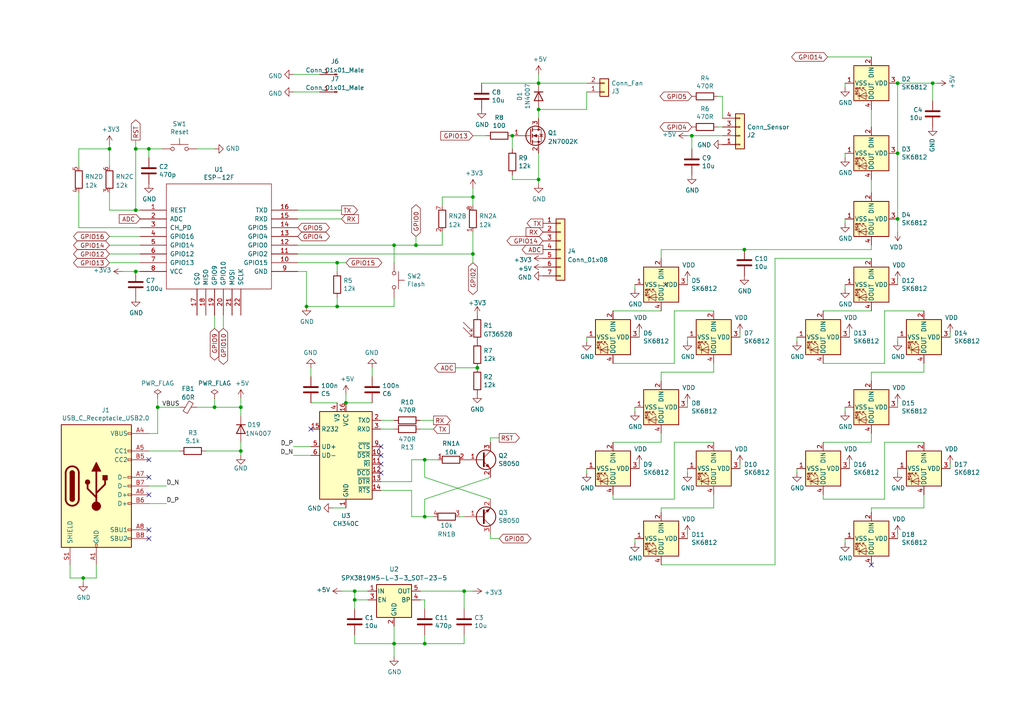
<source format=kicad_sch>
(kicad_sch (version 20211123) (generator eeschema)
  (paper "A4")
  (title_block (title "ESPriktning"))
  (junction (at 137.16 73.66))
  (junction (at 39.37 78.74))
  (junction (at 114.3 186.69))
  (junction (at 69.85 130.81))
  (junction (at 62.23 118.11))
  (junction (at 138.43 106.68))
  (junction (at 43.18 43.18))
  (junction (at 260.35 63.5))
  (junction (at 156.21 52.07))
  (junction (at 69.85 118.11))
  (junction (at 137.16 57.15))
  (junction (at 270.51 24.13))
  (junction (at 45.72 118.11))
  (junction (at 260.35 24.13))
  (junction (at 39.37 60.96))
  (junction (at 102.87 171.45))
  (junction (at 156.21 24.13))
  (junction (at 97.79 76.2))
  (junction (at 123.19 186.69))
  (junction (at 148.59 39.37))
  (junction (at 260.35 44.45))
  (junction (at 100.33 116.84))
  (junction (at 39.37 43.18))
  (junction (at 24.13 167.64))
  (junction (at 120.65 71.12))
  (junction (at 123.19 149.86))
  (junction (at 31.75 43.18))
  (junction (at 114.3 71.12))
  (junction (at 200.66 39.37))
  (junction (at 97.79 88.9))
  (junction (at 156.21 31.75))
  (junction (at 88.9 88.9))
  (junction (at 134.62 171.45))
  (junction (at 123.19 133.35))
  (junction (at 215.9 72.39))
  (junction (at 102.87 173.99))
  (no_connect (at 110.49 132.08))
  (no_connect (at 43.18 133.35))
  (no_connect (at 43.18 156.21))
  (no_connect (at 252.73 163.83))
  (no_connect (at 110.49 129.54))
  (no_connect (at 110.49 134.62))
  (no_connect (at 90.17 124.46))
  (no_connect (at 43.18 138.43))
  (no_connect (at 43.18 143.51))
  (no_connect (at 193.04 82.55))
  (no_connect (at 110.49 137.16))
  (no_connect (at 43.18 153.67))
  (wire (pts (xy 86.36 71.12) (xy 114.3 71.12)))
  (wire (pts (xy 114.3 76.2) (xy 114.3 71.12)))
  (wire (pts (xy 195.58 90.17) (xy 207.01 90.17)))
  (wire (pts (xy 148.59 50.8) (xy 148.59 52.07)))
  (wire (pts (xy 214.63 97.79) (xy 214.63 96.52)))
  (wire (pts (xy 114.3 88.9) (xy 97.79 88.9)))
  (wire (pts (xy 119.38 133.35) (xy 123.19 133.35)))
  (wire (pts (xy 214.63 135.89) (xy 214.63 134.62)))
  (wire (pts (xy 97.79 76.2) (xy 100.33 76.2)))
  (wire (pts (xy 156.21 44.45) (xy 156.21 52.07)))
  (wire (pts (xy 252.73 147.32) (xy 252.73 148.59)))
  (wire (pts (xy 191.77 107.95) (xy 191.77 110.49)))
  (wire (pts (xy 123.19 149.86) (xy 125.73 149.86)))
  (wire (pts (xy 209.55 27.94) (xy 209.55 34.29)))
  (wire (pts (xy 191.77 125.73) (xy 191.77 128.27)))
  (wire (pts (xy 43.18 140.97) (xy 48.26 140.97)))
  (wire (pts (xy 170.18 31.75) (xy 156.21 31.75)))
  (wire (pts (xy 137.16 73.66) (xy 137.16 76.2)))
  (wire (pts (xy 40.64 68.58) (xy 31.75 68.58)))
  (wire (pts (xy 85.09 129.54) (xy 90.17 129.54)))
  (wire (pts (xy 123.19 184.15) (xy 123.19 186.69)))
  (wire (pts (xy 119.38 149.86) (xy 123.19 149.86)))
  (wire (pts (xy 132.08 106.68) (xy 138.43 106.68)))
  (wire (pts (xy 170.18 26.67) (xy 170.18 31.75)))
  (wire (pts (xy 107.95 116.84) (xy 100.33 116.84)))
  (wire (pts (xy 252.73 72.39) (xy 215.9 72.39)))
  (wire (pts (xy 97.79 116.84) (xy 90.17 116.84)))
  (wire (pts (xy 224.79 163.83) (xy 224.79 74.93)))
  (wire (pts (xy 40.64 76.2) (xy 31.75 76.2)))
  (wire (pts (xy 144.78 156.21) (xy 142.24 156.21)))
  (wire (pts (xy 200.66 43.18) (xy 200.66 39.37)))
  (wire (pts (xy 69.85 130.81) (xy 69.85 132.08)))
  (wire (pts (xy 20.32 163.83) (xy 20.32 167.64)))
  (wire (pts (xy 170.18 97.79) (xy 170.18 99.06)))
  (wire (pts (xy 123.19 186.69) (xy 114.3 186.69)))
  (wire (pts (xy 207.01 143.51) (xy 207.01 147.32)))
  (wire (pts (xy 100.33 147.32) (xy 96.52 147.32)))
  (wire (pts (xy 114.3 181.61) (xy 114.3 186.69)))
  (wire (pts (xy 208.28 36.83) (xy 209.55 36.83)))
  (wire (pts (xy 86.36 78.74) (xy 88.9 78.74)))
  (wire (pts (xy 24.13 167.64) (xy 27.94 167.64)))
  (wire (pts (xy 137.16 57.15) (xy 137.16 59.69)))
  (wire (pts (xy 69.85 128.27) (xy 69.85 130.81)))
  (wire (pts (xy 231.14 97.79) (xy 231.14 99.06)))
  (wire (pts (xy 200.66 39.37) (xy 199.39 39.37)))
  (wire (pts (xy 128.27 57.15) (xy 137.16 57.15)))
  (wire (pts (xy 134.62 186.69) (xy 123.19 186.69)))
  (wire (pts (xy 43.18 45.72) (xy 43.18 43.18)))
  (wire (pts (xy 43.18 43.18) (xy 46.99 43.18)))
  (wire (pts (xy 31.75 43.18) (xy 22.86 43.18)))
  (wire (pts (xy 238.76 144.78) (xy 256.54 144.78)))
  (wire (pts (xy 40.64 73.66) (xy 31.75 73.66)))
  (wire (pts (xy 125.73 121.92) (xy 121.92 121.92)))
  (wire (pts (xy 31.75 60.96) (xy 39.37 60.96)))
  (wire (pts (xy 85.09 26.67) (xy 92.71 26.67)))
  (wire (pts (xy 114.3 124.46) (xy 110.49 124.46)))
  (wire (pts (xy 86.36 60.96) (xy 99.06 60.96)))
  (wire (pts (xy 39.37 43.18) (xy 43.18 43.18)))
  (wire (pts (xy 20.32 167.64) (xy 24.13 167.64)))
  (wire (pts (xy 39.37 43.18) (xy 39.37 40.64)))
  (wire (pts (xy 185.42 97.79) (xy 185.42 96.52)))
  (wire (pts (xy 114.3 186.69) (xy 102.87 186.69)))
  (wire (pts (xy 156.21 24.13) (xy 170.18 24.13)))
  (wire (pts (xy 267.97 105.41) (xy 267.97 107.95)))
  (wire (pts (xy 59.69 130.81) (xy 69.85 130.81)))
  (wire (pts (xy 238.76 105.41) (xy 256.54 105.41)))
  (wire (pts (xy 99.06 171.45) (xy 102.87 171.45)))
  (wire (pts (xy 97.79 86.36) (xy 97.79 88.9)))
  (wire (pts (xy 195.58 144.78) (xy 195.58 128.27)))
  (wire (pts (xy 170.18 137.16) (xy 170.18 135.89)))
  (wire (pts (xy 245.11 83.82) (xy 245.11 82.55)))
  (wire (pts (xy 260.35 82.55) (xy 260.35 81.28)))
  (wire (pts (xy 102.87 171.45) (xy 102.87 173.99)))
  (wire (pts (xy 134.62 184.15) (xy 134.62 186.69)))
  (wire (pts (xy 199.39 97.79) (xy 199.39 99.06)))
  (wire (pts (xy 245.11 45.72) (xy 245.11 44.45)))
  (wire (pts (xy 88.9 78.74) (xy 88.9 88.9)))
  (wire (pts (xy 114.3 71.12) (xy 120.65 71.12)))
  (wire (pts (xy 195.58 144.78) (xy 177.8 144.78)))
  (wire (pts (xy 133.35 149.86) (xy 134.62 149.86)))
  (wire (pts (xy 31.75 55.88) (xy 31.75 60.96)))
  (wire (pts (xy 110.49 142.24) (xy 119.38 142.24)))
  (wire (pts (xy 52.07 130.81) (xy 43.18 130.81)))
  (wire (pts (xy 256.54 128.27) (xy 267.97 128.27)))
  (wire (pts (xy 134.62 171.45) (xy 134.62 176.53)))
  (wire (pts (xy 156.21 34.29) (xy 156.21 31.75)))
  (wire (pts (xy 195.58 105.41) (xy 195.58 90.17)))
  (wire (pts (xy 69.85 118.11) (xy 69.85 120.65)))
  (wire (pts (xy 137.16 67.31) (xy 137.16 73.66)))
  (wire (pts (xy 45.72 115.57) (xy 45.72 118.11)))
  (wire (pts (xy 123.19 173.99) (xy 123.19 176.53)))
  (wire (pts (xy 191.77 163.83) (xy 224.79 163.83)))
  (wire (pts (xy 246.38 97.79) (xy 246.38 96.52)))
  (wire (pts (xy 260.35 24.13) (xy 260.35 44.45)))
  (wire (pts (xy 128.27 67.31) (xy 128.27 71.12)))
  (wire (pts (xy 64.77 95.25) (xy 64.77 91.44)))
  (wire (pts (xy 252.73 71.12) (xy 252.73 72.39)))
  (wire (pts (xy 114.3 121.92) (xy 110.49 121.92)))
  (wire (pts (xy 252.73 125.73) (xy 252.73 128.27)))
  (wire (pts (xy 256.54 144.78) (xy 256.54 128.27)))
  (wire (pts (xy 245.11 64.77) (xy 245.11 63.5)))
  (wire (pts (xy 177.8 143.51) (xy 177.8 144.78)))
  (wire (pts (xy 252.73 55.88) (xy 252.73 52.07)))
  (wire (pts (xy 191.77 90.17) (xy 177.8 90.17)))
  (wire (pts (xy 260.35 137.16) (xy 260.35 135.89)))
  (wire (pts (xy 85.09 132.08) (xy 90.17 132.08)))
  (wire (pts (xy 224.79 74.93) (xy 252.73 74.93)))
  (wire (pts (xy 100.33 116.84) (xy 100.33 114.3)))
  (wire (pts (xy 62.23 115.57) (xy 62.23 118.11)))
  (wire (pts (xy 275.59 97.79) (xy 275.59 96.52)))
  (wire (pts (xy 142.24 128.27) (xy 142.24 127)))
  (wire (pts (xy 128.27 57.15) (xy 128.27 59.69)))
  (wire (pts (xy 43.18 146.05) (xy 48.26 146.05)))
  (wire (pts (xy 209.55 39.37) (xy 200.66 39.37)))
  (wire (pts (xy 39.37 43.18) (xy 39.37 60.96)))
  (wire (pts (xy 43.18 125.73) (xy 45.72 125.73)))
  (wire (pts (xy 102.87 173.99) (xy 102.87 176.53)))
  (wire (pts (xy 240.03 16.51) (xy 252.73 16.51)))
  (wire (pts (xy 142.24 127) (xy 144.78 127)))
  (wire (pts (xy 62.23 95.25) (xy 62.23 91.44)))
  (wire (pts (xy 62.23 118.11) (xy 69.85 118.11)))
  (wire (pts (xy 102.87 171.45) (xy 106.68 171.45)))
  (wire (pts (xy 156.21 24.13) (xy 156.21 21.59)))
  (wire (pts (xy 31.75 43.18) (xy 31.75 48.26)))
  (wire (pts (xy 267.97 143.51) (xy 267.97 147.32)))
  (wire (pts (xy 27.94 167.64) (xy 27.94 163.83)))
  (wire (pts (xy 123.19 149.86) (xy 123.19 144.78)))
  (wire (pts (xy 184.15 157.48) (xy 184.15 156.21)))
  (wire (pts (xy 185.42 135.89) (xy 185.42 134.62)))
  (wire (pts (xy 215.9 72.39) (xy 191.77 72.39)))
  (wire (pts (xy 252.73 128.27) (xy 238.76 128.27)))
  (wire (pts (xy 22.86 43.18) (xy 22.86 48.26)))
  (wire (pts (xy 246.38 135.89) (xy 246.38 134.62)))
  (wire (pts (xy 184.15 83.82) (xy 184.15 82.55)))
  (wire (pts (xy 85.09 21.59) (xy 92.71 21.59)))
  (wire (pts (xy 207.01 107.95) (xy 191.77 107.95)))
  (wire (pts (xy 123.19 138.43) (xy 123.19 133.35)))
  (wire (pts (xy 62.23 43.18) (xy 57.15 43.18)))
  (wire (pts (xy 69.85 118.11) (xy 69.85 115.57)))
  (wire (pts (xy 45.72 118.11) (xy 45.72 125.73)))
  (wire (pts (xy 31.75 41.91) (xy 31.75 43.18)))
  (wire (pts (xy 39.37 60.96) (xy 40.64 60.96)))
  (wire (pts (xy 142.24 144.78) (xy 123.19 138.43)))
  (wire (pts (xy 252.73 90.17) (xy 238.76 90.17)))
  (wire (pts (xy 245.11 25.4) (xy 245.11 24.13)))
  (wire (pts (xy 184.15 119.38) (xy 184.15 118.11)))
  (wire (pts (xy 123.19 144.78) (xy 142.24 138.43)))
  (wire (pts (xy 207.01 105.41) (xy 207.01 107.95)))
  (wire (pts (xy 57.15 118.11) (xy 62.23 118.11)))
  (wire (pts (xy 260.35 156.21) (xy 260.35 154.94)))
  (wire (pts (xy 114.3 88.9) (xy 114.3 86.36)))
  (wire (pts (xy 260.35 24.13) (xy 270.51 24.13)))
  (wire (pts (xy 275.59 135.89) (xy 275.59 134.62)))
  (wire (pts (xy 119.38 142.24) (xy 119.38 149.86)))
  (wire (pts (xy 86.36 76.2) (xy 97.79 76.2)))
  (wire (pts (xy 24.13 168.91) (xy 24.13 167.64)))
  (wire (pts (xy 156.21 24.13) (xy 139.7 24.13)))
  (wire (pts (xy 199.39 82.55) (xy 199.39 81.28)))
  (wire (pts (xy 156.21 52.07) (xy 156.21 53.34)))
  (wire (pts (xy 40.64 71.12) (xy 31.75 71.12)))
  (wire (pts (xy 102.87 184.15) (xy 102.87 186.69)))
  (wire (pts (xy 120.65 71.12) (xy 128.27 71.12)))
  (wire (pts (xy 148.59 43.18) (xy 148.59 39.37)))
  (wire (pts (xy 256.54 90.17) (xy 267.97 90.17)))
  (wire (pts (xy 191.77 128.27) (xy 177.8 128.27)))
  (wire (pts (xy 195.58 128.27) (xy 207.01 128.27)))
  (wire (pts (xy 260.35 44.45) (xy 260.35 63.5)))
  (wire (pts (xy 120.65 68.58) (xy 120.65 71.12)))
  (wire (pts (xy 260.35 118.11) (xy 260.35 116.84)))
  (wire (pts (xy 22.86 66.04) (xy 40.64 66.04)))
  (wire (pts (xy 121.92 173.99) (xy 123.19 173.99)))
  (wire (pts (xy 199.39 137.16) (xy 199.39 135.89)))
  (wire (pts (xy 22.86 55.88) (xy 22.86 66.04)))
  (wire (pts (xy 107.95 109.22) (xy 107.95 106.68)))
  (wire (pts (xy 252.73 107.95) (xy 252.73 110.49)))
  (wire (pts (xy 137.16 171.45) (xy 134.62 171.45)))
  (wire (pts (xy 35.56 78.74) (xy 39.37 78.74)))
  (wire (pts (xy 121.92 171.45) (xy 134.62 171.45)))
  (wire (pts (xy 199.39 118.11) (xy 199.39 116.84)))
  (wire (pts (xy 199.39 156.21) (xy 199.39 154.94)))
  (wire (pts (xy 137.16 57.15) (xy 137.16 54.61)))
  (wire (pts (xy 39.37 78.74) (xy 40.64 78.74)))
  (wire (pts (xy 148.59 52.07) (xy 156.21 52.07)))
  (wire (pts (xy 125.73 124.46) (xy 121.92 124.46)))
  (wire (pts (xy 191.77 147.32) (xy 191.77 148.59)))
  (wire (pts (xy 270.51 24.13) (xy 271.78 24.13)))
  (wire (pts (xy 45.72 118.11) (xy 52.07 118.11)))
  (wire (pts (xy 208.28 27.94) (xy 209.55 27.94)))
  (wire (pts (xy 256.54 105.41) (xy 256.54 90.17)))
  (wire (pts (xy 86.36 73.66) (xy 137.16 73.66)))
  (wire (pts (xy 267.97 107.95) (xy 252.73 107.95)))
  (wire (pts (xy 114.3 190.5) (xy 114.3 186.69)))
  (wire (pts (xy 86.36 63.5) (xy 99.06 63.5)))
  (wire (pts (xy 97.79 88.9) (xy 88.9 88.9)))
  (wire (pts (xy 267.97 147.32) (xy 252.73 147.32)))
  (wire (pts (xy 142.24 156.21) (xy 142.24 154.94)))
  (wire (pts (xy 123.19 133.35) (xy 127 133.35)))
  (wire (pts (xy 110.49 139.7) (xy 119.38 139.7)))
  (wire (pts (xy 245.11 119.38) (xy 245.11 118.11)))
  (wire (pts (xy 191.77 72.39) (xy 191.77 74.93)))
  (wire (pts (xy 177.8 105.41) (xy 195.58 105.41)))
  (wire (pts (xy 102.87 173.99) (xy 106.68 173.99)))
  (wire (pts (xy 207.01 147.32) (xy 191.77 147.32)))
  (wire (pts (xy 252.73 36.83) (xy 252.73 31.75)))
  (wire (pts (xy 231.14 137.16) (xy 231.14 135.89)))
  (wire (pts (xy 245.11 157.48) (xy 245.11 156.21)))
  (wire (pts (xy 238.76 143.51) (xy 238.76 144.78)))
  (wire (pts (xy 260.35 63.5) (xy 260.35 67.31)))
  (wire (pts (xy 260.35 97.79) (xy 260.35 99.06)))
  (wire (pts (xy 119.38 139.7) (xy 119.38 133.35)))
  (wire (pts (xy 270.51 29.21) (xy 270.51 24.13)))
  (wire (pts (xy 97.79 76.2) (xy 97.79 78.74)))
  (wire (pts (xy 137.16 39.37) (xy 140.97 39.37)))
  (wire (pts (xy 90.17 109.22) (xy 90.17 106.68)))
  (label "D_P" (at 85.09 129.54 180))
  (label "D_N" (at 48.26 140.97 0))
  (label "D_N" (at 85.09 132.08 180))
  (label "D_P" (at 48.26 146.05 0))
  (label "VBUS" (at 46.99 118.11 0))
  (global_label "RST" (shape output) (at 144.78 127 0) (property "Intersheet References" "${INTERSHEET_REFS}" (effects hide)))
  (global_label "GPIO10" (shape bidirectional) (at 64.77 95.25 270) (property "Intersheet References" "${INTERSHEET_REFS}" (effects hide)))
  (global_label "GPIO16" (shape bidirectional) (at 31.75 68.58 180) (property "Intersheet References" "${INTERSHEET_REFS}" (effects hide)))
  (global_label "GPIO15" (shape bidirectional) (at 100.33 76.2 0) (property "Intersheet References" "${INTERSHEET_REFS}" (effects hide)))
  (global_label "GPIO0" (shape bidirectional) (at 120.65 68.58 90) (property "Intersheet References" "${INTERSHEET_REFS}" (effects hide)))
  (global_label "GPIO14" (shape bidirectional) (at 240.03 16.51 180) (property "Intersheet References" "${INTERSHEET_REFS}" (effects hide)))
  (global_label "ADC" (shape output) (at 157.48 72.39 180) (property "Intersheet References" "${INTERSHEET_REFS}" (effects hide)))
  (global_label "GPIO4" (shape bidirectional) (at 86.36 68.58 0) (property "Intersheet References" "${INTERSHEET_REFS}" (effects hide)))
  (global_label "GPIO13" (shape input) (at 137.16 39.37 180) (property "Intersheet References" "${INTERSHEET_REFS}" (effects hide)))
  (global_label "GPIO5" (shape bidirectional) (at 200.66 27.94 180) (property "Intersheet References" "${INTERSHEET_REFS}" (effects hide)))
  (global_label "GPIO14" (shape bidirectional) (at 31.75 71.12 180) (property "Intersheet References" "${INTERSHEET_REFS}" (effects hide)))
  (global_label "RX" (shape output) (at 125.73 121.92 0) (property "Intersheet References" "${INTERSHEET_REFS}" (effects hide)))
  (global_label "RST" (shape output) (at 39.37 40.64 90) (property "Intersheet References" "${INTERSHEET_REFS}" (effects hide)))
  (global_label "TX" (shape output) (at 157.48 64.77 180) (property "Intersheet References" "${INTERSHEET_REFS}" (effects hide)))
  (global_label "TX" (shape input) (at 125.73 124.46 0) (property "Intersheet References" "${INTERSHEET_REFS}" (effects hide)))
  (global_label "TX" (shape output) (at 99.06 60.96 0) (property "Intersheet References" "${INTERSHEET_REFS}" (effects hide)))
  (global_label "GPIO0" (shape bidirectional) (at 144.78 156.21 0) (property "Intersheet References" "${INTERSHEET_REFS}" (effects hide)))
  (global_label "GPIO5" (shape bidirectional) (at 86.36 66.04 0) (property "Intersheet References" "${INTERSHEET_REFS}" (effects hide)))
  (global_label "ADC" (shape output) (at 132.08 106.68 180) (property "Intersheet References" "${INTERSHEET_REFS}" (effects hide)))
  (global_label "GPIO4" (shape bidirectional) (at 200.66 36.83 180) (property "Intersheet References" "${INTERSHEET_REFS}" (effects hide)))
  (global_label "GPIO9" (shape bidirectional) (at 62.23 95.25 270) (property "Intersheet References" "${INTERSHEET_REFS}" (effects hide)))
  (global_label "RX" (shape input) (at 157.48 67.31 180) (property "Intersheet References" "${INTERSHEET_REFS}" (effects hide)))
  (global_label "GPIO13" (shape bidirectional) (at 31.75 76.2 180) (property "Intersheet References" "${INTERSHEET_REFS}" (effects hide)))
  (global_label "GPIO12" (shape bidirectional) (at 31.75 73.66 180) (property "Intersheet References" "${INTERSHEET_REFS}" (effects hide)))
  (global_label "ADC" (shape input) (at 40.64 63.5 180) (property "Intersheet References" "${INTERSHEET_REFS}" (effects hide)))
  (global_label "GPIO2" (shape bidirectional) (at 137.16 76.2 270) (property "Intersheet References" "${INTERSHEET_REFS}" (effects hide)))
  (global_label "RX" (shape input) (at 99.06 63.5 0) (property "Intersheet References" "${INTERSHEET_REFS}" (effects hide)))
  (global_label "GPIO14" (shape bidirectional) (at 157.48 69.85 180) (property "Intersheet References" "${INTERSHEET_REFS}" (effects hide)))
  (symbol (lib_id "ESP8266:ESP-12F") (at 63.5 68.58 0) (unit 1)
    (property "Reference" "U1" (at 63.5 49.149 0))
    (property "Value" "ESP-12F" (at 63.5 51.4604 0))
    (property "Footprint" "ESP8266:ESP-12E_SMD" (effects hide))
    (property "LCSC" "C82891" (effects hide))
  )
  (symbol (lib_id "power:GND") (at 88.9 88.9 0) (unit 1)
    (property "Reference" "#PWR08" (effects hide))
    (property "Value" "GND" (at 89.027 93.2942 0))
  )
  (symbol (lib_id "Regulator_Linear:SPX3819M5-L-3-3") (at 114.3 173.99 0) (unit 1)
    (property "Reference" "U2" (at 114.3 165.1 0))
    (property "Value" "SPX3819M5-L-3-3_SOT-23-5" (at 114.3 167.64 0))
    (property "Footprint" "Package_TO_SOT_SMD:SOT-23-5" (effects hide))
    (property "Datasheet" "https://www.exar.com/content/document.ashx?id=22106&languageid=1033&type=Datasheet&partnumber=SPX3819&filename=SPX3819.pdf&part=SPX3819" (effects hide))
  )
  (symbol (lib_id "power:+5V") (at 99.06 171.45 90) (unit 1)
    (property "Reference" "#PWR09" (effects hide))
    (property "Value" "+5V" (at 95.8088 171.069 90) (effects (justify left)))
  )
  (symbol (lib_id "power:GND") (at 114.3 190.5 0) (unit 1)
    (property "Reference" "#PWR012" (effects hide))
    (property "Value" "GND" (at 114.427 194.8942 0))
  )
  (symbol (lib_id "Device:R") (at 144.78 39.37 270) (unit 1)
    (property "Reference" "R8" (at 144.78 34.1122 90))
    (property "Value" "100" (at 144.78 36.4236 90))
    (property "Footprint" "Resistor_SMD:R_0603_1608Metric" (effects hide))
    (property "LCSC" "C86983" (effects hide))
  )
  (symbol (lib_id "Device:R") (at 148.59 46.99 0) (unit 1)
    (property "Reference" "R9" (at 150.368 45.8216 0) (effects (justify left)))
    (property "Value" "12k" (at 150.368 48.133 0) (effects (justify left)))
    (property "Footprint" "Resistor_SMD:R_0603_1608Metric" (effects hide))
    (property "LCSC" "C98220" (effects hide))
  )
  (symbol (lib_id "power:GND") (at 156.21 53.34 0) (unit 1)
    (property "Reference" "#PWR016" (effects hide))
    (property "Value" "GND" (at 156.337 57.7342 0))
  )
  (symbol (lib_id "power:+5V") (at 156.21 21.59 0) (unit 1)
    (property "Reference" "#PWR015" (effects hide))
    (property "Value" "+5V" (at 156.591 17.1958 0))
  )
  (symbol (lib_id "Connector_Generic:Conn_01x02") (at 175.26 26.67 0) (mirror x) (unit 1)
    (property "Reference" "J3" (at 177.292 26.4668 0) (effects (justify left)))
    (property "Value" "Conn_Fan" (at 177.292 24.1554 0) (effects (justify left)))
    (property "Footprint" "Connector_Molex:Molex_PicoBlade_53398-0271_1x02-1MP_P1.25mm_Vertical" (effects hide))
    (property "LCSC" "C122410" (effects hide))
  )
  (symbol (lib_id "Device:R") (at 97.79 82.55 0) (unit 1)
    (property "Reference" "R5" (at 99.568 81.3816 0) (effects (justify left)))
    (property "Value" "12k" (at 99.568 83.693 0) (effects (justify left)))
    (property "Footprint" "Resistor_SMD:R_0603_1608Metric" (effects hide))
    (property "LCSC" "C98220" (effects hide))
  )
  (symbol (lib_id "power:GND") (at 270.51 36.83 0) (mirror y) (unit 1)
    (property "Reference" "#PWR047" (effects hide))
    (property "Value" "GND" (at 270.383 40.0812 90) (effects (justify right)))
  )
  (symbol (lib_id "Switch:SW_Push") (at 114.3 81.28 270) (unit 1)
    (property "Reference" "SW2" (at 118.0592 80.1116 90) (effects (justify left)))
    (property "Value" "Flash" (at 118.0592 82.423 90) (effects (justify left)))
    (property "Footprint" "Connector_PinHeader_1.00mm:PinHeader_1x02_P1.00mm_Vertical" (effects hide))
  )
  (symbol (lib_id "Switch:SW_Push") (at 52.07 43.18 0) (unit 1)
    (property "Reference" "SW1" (at 52.07 35.941 0))
    (property "Value" "Reset" (at 52.07 38.2524 0))
    (property "Footprint" "Connector_PinHeader_1.00mm:PinHeader_1x02_P1.00mm_Vertical" (effects hide))
  )
  (symbol (lib_id "Device:C") (at 43.18 49.53 0) (unit 1)
    (property "Reference" "C2" (at 46.101 48.3616 0) (effects (justify left)))
    (property "Value" "470p" (at 46.101 50.673 0) (effects (justify left)))
    (property "Footprint" "Capacitor_SMD:C_0603_1608Metric" (effects hide))
    (property "LCSC" "C123573" (effects hide))
  )
  (symbol (lib_id "power:GND") (at 43.18 53.34 0) (unit 1)
    (property "Reference" "#PWR04" (effects hide))
    (property "Value" "GND" (at 43.307 57.7342 0))
  )
  (symbol (lib_id "Connector:USB_C_Receptacle_USB2.0") (at 27.94 140.97 0) (unit 1)
    (property "Reference" "J1" (at 30.6578 118.9482 0))
    (property "Value" "USB_C_Receptacle_USB2.0" (at 30.6578 121.2596 0))
    (property "Footprint" "espriktning:usb-c-vertical-8" (effects hide))
    (property "Datasheet" "https://www.usb.org/sites/default/files/documents/usb_type-c.zip" (effects hide))
    (property "LCSC" "C2908199" (effects hide))
  )
  (symbol (lib_id "power:+5V") (at 271.78 24.13 270) (mirror x) (unit 1)
    (property "Reference" "#PWR050" (effects hide))
    (property "Value" "+5V" (at 276.1742 23.749 0))
  )
  (symbol (lib_id "power:GND") (at 24.13 168.91 0) (unit 1)
    (property "Reference" "#PWR02" (effects hide))
    (property "Value" "GND" (at 24.257 173.3042 0))
  )
  (symbol (lib_id "Device:R") (at 55.88 130.81 270) (unit 1)
    (property "Reference" "R3" (at 55.88 125.5522 90))
    (property "Value" "5.1k" (at 55.88 127.8636 90))
    (property "Footprint" "Resistor_SMD:R_0603_1608Metric" (effects hide))
    (property "LCSC" "C156350" (effects hide))
  )
  (symbol (lib_id "power:GND") (at 69.85 132.08 0) (unit 1)
    (property "Reference" "#PWR07" (effects hide))
    (property "Value" "GND" (at 71.8834 135.8013 0) (effects (justify right)))
  )
  (symbol (lib_id "power:+5V") (at 69.85 115.57 0) (unit 1)
    (property "Reference" "#PWR05" (effects hide))
    (property "Value" "+5V" (at 70.231 111.1758 0))
  )
  (symbol (lib_id "power:PWR_FLAG") (at 45.72 115.57 0) (unit 1)
    (property "Reference" "#FLG01" (effects hide))
    (property "Value" "PWR_FLAG" (at 45.72 111.1758 0))
  )
  (symbol (lib_id "Device:C") (at 270.51 33.02 0) (mirror y) (unit 1)
    (property "Reference" "C4" (at 267.589 31.8516 0) (effects (justify left)))
    (property "Value" "10u" (at 267.589 34.163 0) (effects (justify left)))
    (property "Footprint" "Capacitor_SMD:C_1206_3216Metric" (effects hide))
    (property "LCSC" "C9807" (effects hide))
  )
  (symbol (lib_id "Connector_Generic:Conn_01x04") (at 214.63 39.37 0) (mirror x) (unit 1)
    (property "Reference" "J2" (at 216.662 39.1668 0) (effects (justify left)))
    (property "Value" "Conn_Sensor" (at 216.662 36.8554 0) (effects (justify left)))
    (property "Footprint" "espriktning:X1502WVS-04-9TSN" (effects hide))
    (property "LCSC" "C234195" (effects hide))
  )
  (symbol (lib_id "power:+5V") (at 199.39 39.37 90) (unit 1)
    (property "Reference" "#PWR010" (effects hide))
    (property "Value" "+5V" (at 196.1388 38.989 90) (effects (justify left)))
  )
  (symbol (lib_id "power:GND") (at 62.23 43.18 90) (unit 1)
    (property "Reference" "#PWR06" (effects hide))
    (property "Value" "GND" (at 65.4812 43.053 90) (effects (justify right)))
  )
  (symbol (lib_id "power:GND") (at 209.55 41.91 270) (unit 1)
    (property "Reference" "#PWR011" (effects hide))
    (property "Value" "GND" (at 206.2988 42.037 90) (effects (justify right)))
  )
  (symbol (lib_id "LED:SK6812") (at 252.73 63.5 270) (unit 1) (on_board no)
    (property "Reference" "D4" (at 261.4676 62.3316 90) (effects (justify left)))
    (property "Value" "SK6812" (at 261.4676 64.643 90) (effects (justify left)))
    (property "Footprint" "espriktning:SK6812D-EC3210R" (effects hide))
    (property "Datasheet" "https://cdn-shop.adafruit.com/product-files/1138/SK6812+LED+datasheet+.pdf" (effects hide))
    (property "LCSC" "C2890041" (effects hide))
  )
  (symbol (lib_id "power:GND") (at 245.11 25.4 0) (unit 1)
    (property "Reference" "#PWR033" (effects hide))
    (property "Value" "GND" (at 245.237 29.7942 0))
  )
  (symbol (lib_id "power:GND") (at 245.11 45.72 0) (unit 1)
    (property "Reference" "#PWR034" (effects hide))
    (property "Value" "GND" (at 245.237 50.1142 0))
  )
  (symbol (lib_id "Device:C") (at 134.62 180.34 0) (unit 1)
    (property "Reference" "C3" (at 137.541 179.1716 0) (effects (justify left)))
    (property "Value" "10u" (at 137.541 181.483 0) (effects (justify left)))
    (property "Footprint" "Capacitor_SMD:C_1206_3216Metric" (effects hide))
    (property "LCSC" "C9807" (effects hide))
  )
  (symbol (lib_id "power:GND") (at 245.11 64.77 0) (unit 1)
    (property "Reference" "#PWR035" (effects hide))
    (property "Value" "GND" (at 245.237 69.1642 0))
  )
  (symbol (lib_id "power:GND") (at 96.52 147.32 270) (unit 1)
    (property "Reference" "#PWR0101" (effects hide))
    (property "Value" "GND" (at 93.2688 147.447 90) (effects (justify right)))
  )
  (symbol (lib_id "Device:R") (at 118.11 121.92 270) (unit 1)
    (property "Reference" "R10" (at 118.11 116.6622 90))
    (property "Value" "470R" (at 118.11 118.9736 90))
    (property "Footprint" "Resistor_SMD:R_0603_1608Metric" (effects hide))
    (property "LCSC" "C116694" (effects hide))
  )
  (symbol (lib_id "power:VDD") (at 260.35 67.31 180) (unit 1)
    (property "Reference" "#PWR041" (effects hide))
    (property "Value" "VDD" (at 259.969 71.7042 0))
  )
  (symbol (lib_id "power:VDD") (at 199.39 81.28 0) (unit 1)
    (property "Reference" "#PWR024" (effects hide))
    (property "Value" "VDD" (at 199.771 76.8858 0))
  )
  (symbol (lib_id "power:VDD") (at 185.42 96.52 0) (unit 1)
    (property "Reference" "#PWR023" (effects hide))
    (property "Value" "VDD" (at 185.801 92.1258 0))
  )
  (symbol (lib_id "power:GND") (at 184.15 83.82 0) (unit 1)
    (property "Reference" "#PWR019" (effects hide))
    (property "Value" "GND" (at 184.277 88.2142 0))
  )
  (symbol (lib_id "Device:C") (at 107.95 113.03 0) (mirror x) (unit 1)
    (property "Reference" "C6" (at 110.871 114.1984 0) (effects (justify left)))
    (property "Value" "100n" (at 110.871 111.887 0) (effects (justify left)))
    (property "Footprint" "Capacitor_SMD:C_0805_2012Metric" (effects hide))
    (property "LCSC" "C9807" (effects hide))
  )
  (symbol (lib_id "power:GND") (at 107.95 106.68 180) (unit 1)
    (property "Reference" "#PWR0102" (effects hide))
    (property "Value" "GND" (at 107.823 102.2858 0))
  )
  (symbol (lib_id "power:GND") (at 199.39 99.06 0) (unit 1)
    (property "Reference" "#PWR025" (effects hide))
    (property "Value" "GND" (at 199.517 103.4542 0))
  )
  (symbol (lib_id "power:GND") (at 170.18 99.06 0) (unit 1)
    (property "Reference" "#PWR018" (effects hide))
    (property "Value" "GND" (at 170.307 103.4542 0))
  )
  (symbol (lib_id "LED:SK6812") (at 252.73 44.45 270) (unit 1) (on_board no)
    (property "Reference" "D3" (at 261.4676 43.2816 90) (effects (justify left)))
    (property "Value" "SK6812" (at 261.4676 45.593 90) (effects (justify left)))
    (property "Footprint" "espriktning:SK6812D-EC3210R" (effects hide))
    (property "Datasheet" "https://cdn-shop.adafruit.com/product-files/1138/SK6812+LED+datasheet+.pdf" (effects hide))
    (property "LCSC" "C2890041" (effects hide))
  )
  (symbol (lib_id "Device:C") (at 39.37 82.55 0) (unit 1)
    (property "Reference" "C7" (at 42.291 81.3816 0) (effects (justify left)))
    (property "Value" "100u" (at 42.291 83.693 0) (effects (justify left)))
    (property "Footprint" "Capacitor_SMD:C_0805_2012Metric" (effects hide))
    (property "LCSC" "C141660" (effects hide))
  )
  (symbol (lib_id "power:GND") (at 184.15 119.38 0) (unit 1)
    (property "Reference" "#PWR020" (effects hide))
    (property "Value" "GND" (at 184.277 123.7742 0))
  )
  (symbol (lib_id "power:VDD") (at 214.63 96.52 0) (unit 1)
    (property "Reference" "#PWR029" (effects hide))
    (property "Value" "VDD" (at 215.011 92.1258 0))
  )
  (symbol (lib_id "Device:R") (at 118.11 124.46 270) (mirror x) (unit 1)
    (property "Reference" "R13" (at 118.11 129.7178 90))
    (property "Value" "470R" (at 118.11 127.4064 90))
    (property "Footprint" "Resistor_SMD:R_0603_1608Metric" (effects hide))
    (property "LCSC" "C116694" (effects hide))
  )
  (symbol (lib_id "power:GND") (at 170.18 137.16 0) (unit 1)
    (property "Reference" "#PWR017" (effects hide))
    (property "Value" "GND" (at 170.307 141.5542 0))
  )
  (symbol (lib_id "power:VDD") (at 199.39 116.84 0) (unit 1)
    (property "Reference" "#PWR026" (effects hide))
    (property "Value" "VDD" (at 199.771 112.4458 0))
  )
  (symbol (lib_id "power:GND") (at 199.39 137.16 0) (unit 1)
    (property "Reference" "#PWR027" (effects hide))
    (property "Value" "GND" (at 199.517 141.5542 0))
  )
  (symbol (lib_id "power:GND") (at 184.15 157.48 0) (unit 1)
    (property "Reference" "#PWR022" (effects hide))
    (property "Value" "GND" (at 184.277 161.8742 0))
  )
  (symbol (lib_id "power:GND") (at 39.37 86.36 0) (unit 1)
    (property "Reference" "#PWR0105" (effects hide))
    (property "Value" "GND" (at 39.497 90.7542 0))
  )
  (symbol (lib_id "power:VDD") (at 185.42 134.62 0) (unit 1)
    (property "Reference" "#PWR021" (effects hide))
    (property "Value" "VDD" (at 185.801 130.2258 0))
  )
  (symbol (lib_id "power:VDD") (at 214.63 134.62 0) (unit 1)
    (property "Reference" "#PWR030" (effects hide))
    (property "Value" "VDD" (at 215.011 130.2258 0))
  )
  (symbol (lib_id "power:VDD") (at 199.39 154.94 0) (unit 1)
    (property "Reference" "#PWR028" (effects hide))
    (property "Value" "VDD" (at 199.771 150.5458 0))
  )
  (symbol (lib_id "power:+5V") (at 100.33 114.3 0) (unit 1)
    (property "Reference" "#PWR0103" (effects hide))
    (property "Value" "+5V" (at 100.711 109.9058 0))
  )
  (symbol (lib_id "power:+3.3V") (at 137.16 171.45 270) (unit 1)
    (property "Reference" "#PWR0106" (effects hide))
    (property "Value" "+3.3V" (at 140.4112 171.831 90) (effects (justify left)))
  )
  (symbol (lib_name "S8050_1") (lib_id "Transistor_BJT:S8050") (at 139.7 133.35 0) (unit 1)
    (property "Reference" "Q2" (at 144.526 132.1816 0) (effects (justify left)))
    (property "Value" "S8050" (at 144.526 134.493 0) (effects (justify left)))
    (property "Footprint" "Package_TO_SOT_SMD:SOT-23" (effects hide))
    (property "Datasheet" "http://www.unisonic.com.tw/datasheet/S8050.pdf" (effects hide))
    (property "LCSC" "C444722" (effects hide))
  )
  (symbol (lib_id "Transistor_BJT:S8050") (at 139.7 149.86 0) (mirror x) (unit 1)
    (property "Reference" "Q3" (at 144.526 148.6916 0) (effects (justify left)))
    (property "Value" "S8050" (at 144.526 151.003 0) (effects (justify left)))
    (property "Footprint" "Package_TO_SOT_SMD:SOT-23" (effects hide))
    (property "Datasheet" "http://www.unisonic.com.tw/datasheet/S8050.pdf" (effects hide))
    (property "LCSC" "C444722" (effects hide))
  )
  (symbol (lib_id "Diode:1N4007") (at 156.21 27.94 270) (unit 1)
    (property "Reference" "D1" (at 150.6982 27.94 0))
    (property "Value" "1N4007" (at 153.0096 27.94 0))
    (property "Footprint" "Diode_SMD:D_SOD-323" (effects hide))
    (property "Datasheet" "http://www.vishay.com/docs/88503/1n4001.pdf" (effects hide))
    (property "LCSC" "C193404" (effects hide))
  )
  (symbol (lib_id "power:GND") (at 245.11 83.82 0) (unit 1)
    (property "Reference" "#PWR036" (effects hide))
    (property "Value" "GND" (at 245.237 88.2142 0))
  )
  (symbol (lib_id "power:GND") (at 260.35 99.06 0) (unit 1)
    (property "Reference" "#PWR043" (effects hide))
    (property "Value" "GND" (at 260.477 103.4542 0))
  )
  (symbol (lib_id "power:GND") (at 231.14 99.06 0) (unit 1)
    (property "Reference" "#PWR032" (effects hide))
    (property "Value" "GND" (at 231.267 103.4542 0))
  )
  (symbol (lib_id "power:GND") (at 245.11 119.38 0) (unit 1)
    (property "Reference" "#PWR037" (effects hide))
    (property "Value" "GND" (at 245.237 123.7742 0))
  )
  (symbol (lib_id "power:GND") (at 231.14 137.16 0) (unit 1)
    (property "Reference" "#PWR031" (effects hide))
    (property "Value" "GND" (at 231.267 141.5542 0))
  )
  (symbol (lib_id "power:GND") (at 260.35 137.16 0) (unit 1)
    (property "Reference" "#PWR045" (effects hide))
    (property "Value" "GND" (at 260.477 141.5542 0))
  )
  (symbol (lib_id "power:GND") (at 245.11 157.48 0) (unit 1)
    (property "Reference" "#PWR039" (effects hide))
    (property "Value" "GND" (at 245.237 161.8742 0))
  )
  (symbol (lib_id "LED:SK6812") (at 267.97 97.79 270) (unit 1) (on_board no)
    (property "Reference" "D14" (at 276.7076 96.6216 90) (effects (justify left)))
    (property "Value" "SK6812" (at 276.7076 98.933 90) (effects (justify left)))
    (property "Footprint" "espriktning:SK6812D-EC3210R" (effects hide))
    (property "Datasheet" "https://cdn-shop.adafruit.com/product-files/1138/SK6812+LED+datasheet+.pdf" (effects hide))
    (property "LCSC" "C2890041" (effects hide))
  )
  (symbol (lib_id "LED:SK6812") (at 207.01 135.89 270) (unit 1) (on_board no)
    (property "Reference" "D10" (at 215.7476 134.7216 90) (effects (justify left)))
    (property "Value" "SK6812" (at 215.7476 137.033 90) (effects (justify left)))
    (property "Footprint" "espriktning:SK6812D-EC3210R" (effects hide))
    (property "Datasheet" "https://cdn-shop.adafruit.com/product-files/1138/SK6812+LED+datasheet+.pdf" (effects hide))
    (property "LCSC" "C2890041" (effects hide))
  )
  (symbol (lib_id "LED:SK6812") (at 267.97 135.89 270) (unit 1) (on_board no)
    (property "Reference" "D17" (at 276.7076 134.7216 90) (effects (justify left)))
    (property "Value" "SK6812" (at 276.7076 137.033 90) (effects (justify left)))
    (property "Footprint" "espriktning:SK6812D-EC3210R" (effects hide))
    (property "Datasheet" "https://cdn-shop.adafruit.com/product-files/1138/SK6812+LED+datasheet+.pdf" (effects hide))
    (property "LCSC" "C2890041" (effects hide))
  )
  (symbol (lib_id "LED:SK6812") (at 252.73 118.11 270) (unit 1) (on_board no)
    (property "Reference" "D15" (at 261.4676 116.9416 90) (effects (justify left)))
    (property "Value" "SK6812" (at 261.4676 119.253 90) (effects (justify left)))
    (property "Footprint" "espriktning:SK6812D-EC3210R" (effects hide))
    (property "Datasheet" "https://cdn-shop.adafruit.com/product-files/1138/SK6812+LED+datasheet+.pdf" (effects hide))
    (property "LCSC" "C2890041" (effects hide))
  )
  (symbol (lib_id "LED:SK6812") (at 252.73 156.21 270) (unit 1) (on_board no)
    (property "Reference" "D18" (at 261.4676 155.0416 90) (effects (justify left)))
    (property "Value" "SK6812" (at 261.4676 157.353 90) (effects (justify left)))
    (property "Footprint" "espriktning:SK6812D-EC3210R" (effects hide))
    (property "Datasheet" "https://cdn-shop.adafruit.com/product-files/1138/SK6812+LED+datasheet+.pdf" (effects hide))
    (property "LCSC" "C2890041" (effects hide))
  )
  (symbol (lib_id "LED:SK6812") (at 177.8 135.89 270) (unit 1) (on_board no)
    (property "Reference" "D9" (at 186.5376 134.7216 90) (effects (justify left)))
    (property "Value" "SK6812" (at 186.5376 137.033 90) (effects (justify left)))
    (property "Footprint" "espriktning:SK6812D-EC3210R" (effects hide))
    (property "Datasheet" "https://cdn-shop.adafruit.com/product-files/1138/SK6812+LED+datasheet+.pdf" (effects hide))
    (property "LCSC" "C2890041" (effects hide))
  )
  (symbol (lib_id "LED:SK6812") (at 238.76 135.89 270) (unit 1) (on_board no)
    (property "Reference" "D16" (at 247.4976 134.7216 90) (effects (justify left)))
    (property "Value" "SK6812" (at 247.4976 137.033 90) (effects (justify left)))
    (property "Footprint" "espriktning:SK6812D-EC3210R" (effects hide))
    (property "Datasheet" "https://cdn-shop.adafruit.com/product-files/1138/SK6812+LED+datasheet+.pdf" (effects hide))
    (property "LCSC" "C2890041" (effects hide))
  )
  (symbol (lib_id "power:VDD") (at 246.38 96.52 0) (unit 1)
    (property "Reference" "#PWR040" (effects hide))
    (property "Value" "VDD" (at 246.761 92.1258 0))
  )
  (symbol (lib_id "power:VDD") (at 275.59 96.52 0) (unit 1)
    (property "Reference" "#PWR048" (effects hide))
    (property "Value" "VDD" (at 275.971 92.1258 0))
  )
  (symbol (lib_id "power:VDD") (at 260.35 116.84 0) (unit 1)
    (property "Reference" "#PWR044" (effects hide))
    (property "Value" "VDD" (at 260.731 112.4458 0))
  )
  (symbol (lib_id "power:VDD") (at 246.38 134.62 0) (unit 1)
    (property "Reference" "#PWR038" (effects hide))
    (property "Value" "VDD" (at 246.761 130.2258 0))
  )
  (symbol (lib_id "power:VDD") (at 275.59 134.62 0) (unit 1)
    (property "Reference" "#PWR049" (effects hide))
    (property "Value" "VDD" (at 275.971 130.2258 0))
  )
  (symbol (lib_id "power:VDD") (at 260.35 154.94 0) (unit 1)
    (property "Reference" "#PWR046" (effects hide))
    (property "Value" "VDD" (at 260.731 150.5458 0))
  )
  (symbol (lib_id "power:+3.3V") (at 35.56 78.74 90) (unit 1)
    (property "Reference" "#PWR0107" (effects hide))
    (property "Value" "+3.3V" (at 32.3088 78.359 90) (effects (justify left)))
  )
  (symbol (lib_id "power:+3.3V") (at 31.75 41.91 0) (unit 1)
    (property "Reference" "#PWR0108" (effects hide))
    (property "Value" "+3.3V" (at 32.131 37.5158 0))
  )
  (symbol (lib_id "power:+3.3V") (at 137.16 54.61 0) (unit 1)
    (property "Reference" "#PWR0109" (effects hide))
    (property "Value" "+3.3V" (at 137.541 50.2158 0))
  )
  (symbol (lib_id "LED:SK6812") (at 207.01 97.79 270) (unit 1) (on_board no)
    (property "Reference" "D7" (at 215.7476 96.6216 90) (effects (justify left)))
    (property "Value" "SK6812" (at 215.7476 98.933 90) (effects (justify left)))
    (property "Footprint" "espriktning:SK6812D-EC3210R" (effects hide))
    (property "Datasheet" "https://cdn-shop.adafruit.com/product-files/1138/SK6812+LED+datasheet+.pdf" (effects hide))
    (property "LCSC" "C2890041" (effects hide))
  )
  (symbol (lib_id "power:VDD") (at 260.35 81.28 0) (unit 1)
    (property "Reference" "#PWR042" (effects hide))
    (property "Value" "VDD" (at 260.731 76.8858 0))
  )
  (symbol (lib_id "LED:SK6812") (at 238.76 97.79 270) (unit 1) (on_board no)
    (property "Reference" "D13" (at 247.4976 96.6216 90) (effects (justify left)))
    (property "Value" "SK6812" (at 247.4976 98.933 90) (effects (justify left)))
    (property "Footprint" "espriktning:SK6812D-EC3210R" (effects hide))
    (property "Datasheet" "https://cdn-shop.adafruit.com/product-files/1138/SK6812+LED+datasheet+.pdf" (effects hide))
    (property "LCSC" "C2890041" (effects hide))
  )
  (symbol (lib_id "LED:SK6812") (at 252.73 82.55 270) (unit 1) (on_board no)
    (property "Reference" "D12" (at 261.4676 81.3816 90) (effects (justify left)))
    (property "Value" "SK6812" (at 261.4676 83.693 90) (effects (justify left)))
    (property "Footprint" "espriktning:SK6812D-EC3210R" (effects hide))
    (property "Datasheet" "https://cdn-shop.adafruit.com/product-files/1138/SK6812+LED+datasheet+.pdf" (effects hide))
    (property "LCSC" "C2890041" (effects hide))
  )
  (symbol (lib_id "LED:SK6812") (at 191.77 82.55 270) (unit 1) (on_board no)
    (property "Reference" "D5" (at 200.5076 81.3816 90) (effects (justify left)))
    (property "Value" "SK6812" (at 200.5076 83.693 90) (effects (justify left)))
    (property "Footprint" "espriktning:SK6812D-EC3210R" (effects hide))
    (property "Datasheet" "https://cdn-shop.adafruit.com/product-files/1138/SK6812+LED+datasheet+.pdf" (effects hide))
    (property "LCSC" "C2890041" (effects hide))
  )
  (symbol (lib_id "LED:SK6812") (at 191.77 156.21 270) (unit 1) (on_board no)
    (property "Reference" "D11" (at 200.5076 155.0416 90) (effects (justify left)))
    (property "Value" "SK6812" (at 200.5076 157.353 90) (effects (justify left)))
    (property "Footprint" "espriktning:SK6812D-EC3210R" (effects hide))
    (property "Datasheet" "https://cdn-shop.adafruit.com/product-files/1138/SK6812+LED+datasheet+.pdf" (effects hide))
    (property "LCSC" "C2890041" (effects hide))
  )
  (symbol (lib_id "Diode:1N4007") (at 69.85 124.46 270) (unit 1)
    (property "Reference" "D19" (at 73.66 123.19 90))
    (property "Value" "1N4007" (at 74.93 125.73 90))
    (property "Footprint" "Diode_SMD:D_SOD-323" (effects hide))
    (property "Datasheet" "http://www.vishay.com/docs/88503/1n4001.pdf" (effects hide))
    (property "LCSC" "C193404" (effects hide))
  )
  (symbol (lib_id "LED:SK6812") (at 191.77 118.11 270) (unit 1) (on_board no)
    (property "Reference" "D8" (at 200.5076 116.9416 90) (effects (justify left)))
    (property "Value" "SK6812" (at 200.5076 119.253 90) (effects (justify left)))
    (property "Footprint" "espriktning:SK6812D-EC3210R" (effects hide))
    (property "Datasheet" "https://cdn-shop.adafruit.com/product-files/1138/SK6812+LED+datasheet+.pdf" (effects hide))
    (property "LCSC" "C2890041" (effects hide))
  )
  (symbol (lib_id "LED:SK6812") (at 252.73 24.13 270) (unit 1) (on_board no)
    (property "Reference" "D2" (at 261.4676 22.9616 90) (effects (justify left)))
    (property "Value" "SK6812" (at 261.4676 25.273 90) (effects (justify left)))
    (property "Footprint" "espriktning:SK6812D-EC3210R" (effects hide))
    (property "Datasheet" "https://cdn-shop.adafruit.com/product-files/1138/SK6812+LED+datasheet+.pdf" (effects hide))
    (property "LCSC" "C2890041" (effects hide))
  )
  (symbol (lib_id "LED:SK6812") (at 177.8 97.79 270) (unit 1) (on_board no)
    (property "Reference" "D6" (at 186.5376 96.6216 90) (effects (justify left)))
    (property "Value" "SK6812" (at 186.5376 98.933 90) (effects (justify left)))
    (property "Footprint" "espriktning:SK6812D-EC3210R" (effects hide))
    (property "Datasheet" "https://cdn-shop.adafruit.com/product-files/1138/SK6812+LED+datasheet+.pdf" (effects hide))
    (property "LCSC" "C2890041" (effects hide))
  )
  (symbol (lib_id "Device:C") (at 139.7 27.94 0) (unit 1)
    (property "Reference" "C8" (at 142.621 26.7716 0) (effects (justify left)))
    (property "Value" "10u" (at 142.621 29.083 0) (effects (justify left)))
    (property "Footprint" "Capacitor_SMD:C_1206_3216Metric" (effects hide))
    (property "LCSC" "C9807" (effects hide))
  )
  (symbol (lib_id "power:GND") (at 139.7 31.75 0) (unit 1)
    (property "Reference" "#PWR0110" (effects hide))
    (property "Value" "GND" (at 139.827 36.1442 0))
  )
  (symbol (lib_id "Device:C") (at 200.66 46.99 0) (unit 1)
    (property "Reference" "C9" (at 203.581 45.8216 0) (effects (justify left)))
    (property "Value" "10u" (at 203.581 48.133 0) (effects (justify left)))
    (property "Footprint" "Capacitor_SMD:C_1206_3216Metric" (effects hide))
    (property "LCSC" "C9807" (effects hide))
  )
  (symbol (lib_id "power:GND") (at 200.66 50.8 0) (unit 1)
    (property "Reference" "#PWR0111" (effects hide))
    (property "Value" "GND" (at 200.787 55.1942 0))
  )
  (symbol (lib_id "Interface_USB:CH340C") (at 100.33 132.08 0) (unit 1)
    (property "Reference" "U3" (at 100.33 149.5806 0))
    (property "Value" "CH340C" (at 100.33 151.892 0))
    (property "Footprint" "Package_SO:SOIC-16_3.9x9.9mm_P1.27mm" (effects hide))
    (property "Datasheet" "https://datasheet.lcsc.com/szlcsc/Jiangsu-Qin-Heng-CH340C_C84681.pdf" (effects hide))
    (property "LCSC" "C84681" (effects hide))
  )
  (symbol (lib_id "Device:C") (at 90.17 113.03 0) (mirror x) (unit 1)
    (property "Reference" "C5" (at 93.091 114.1984 0) (effects (justify left)))
    (property "Value" "100n" (at 93.091 111.887 0) (effects (justify left)))
    (property "Footprint" "Capacitor_SMD:C_0805_2012Metric" (effects hide))
    (property "LCSC" "C476766" (effects hide))
  )
  (symbol (lib_id "power:GND") (at 90.17 106.68 180) (unit 1)
    (property "Reference" "#PWR0104" (effects hide))
    (property "Value" "GND" (at 90.043 102.2858 0))
  )
  (symbol (lib_id "Device:C") (at 102.87 180.34 0) (unit 1)
    (property "Reference" "C1" (at 105.791 179.1716 0) (effects (justify left)))
    (property "Value" "10u" (at 105.791 181.483 0) (effects (justify left)))
    (property "Footprint" "Capacitor_SMD:C_1206_3216Metric" (effects hide))
    (property "LCSC" "C9807" (effects hide))
  )
  (symbol (lib_id "power:+5V") (at 157.48 77.47 90) (unit 1)
    (property "Reference" "#PWR0115" (effects hide))
    (property "Value" "+5V" (at 154.3051 77.9038 90) (effects (justify left)))
  )
  (symbol (lib_id "power:+3.3V") (at 138.43 91.44 0) (unit 1)
    (property "Reference" "#PWR03" (effects hide))
    (property "Value" "+3.3V" (at 138.43 87.8642 0))
  )
  (symbol (lib_id "Device:C") (at 215.9 76.2 0) (unit 1) (on_board no)
    (property "Reference" "C10" (at 218.821 75.0316 0) (effects (justify left)))
    (property "Value" "10u" (at 218.821 77.343 0) (effects (justify left)))
    (property "Footprint" "Capacitor_SMD:C_1206_3216Metric" (effects hide))
    (property "LCSC" "C9807" (effects hide))
  )
  (symbol (lib_id "power:GND") (at 215.9 80.01 0) (unit 1)
    (property "Reference" "#PWR01" (effects hide))
    (property "Value" "GND" (at 216.027 84.4042 0))
  )
  (symbol (lib_id "Device:FerriteBead_Small") (at 54.61 118.11 90) (unit 1)
    (property "Reference" "FB1" (at 54.5719 112.7084 90))
    (property "Value" "60R" (at 54.5719 115.2453 90))
    (property "Footprint" "Resistor_SMD:R_0603_1608Metric" (effects hide))
  )
  (symbol (lib_id "Device:R_Pack04_Split") (at 137.16 63.5 0) (unit 1)
    (property "Reference" "RN2" (at 138.938 62.6653 0) (effects (justify left)))
    (property "Value" "12k" (at 138.938 65.2022 0) (effects (justify left)))
    (property "Footprint" "Resistor_SMD:R_Array_Convex_4x0402" (effects hide))
    (property "LCSC" "C326872" (effects hide))
  )
  (symbol (lib_id "power:GND") (at 85.09 21.59 270) (unit 1)
    (property "Reference" "#PWR014" (effects hide))
    (property "Value" "GND" (at 81.9151 22.0238 90) (effects (justify right)))
  )
  (symbol (lib_id "Connector:Conn_01x01_Male") (at 97.79 26.67 180) (unit 1)
    (property "Reference" "J7" (at 97.155 22.894 0))
    (property "Value" "Conn_01x01_Male" (at 97.155 25.4309 0))
    (property "Footprint" "Connector_Pin:Pin_D0.7mm_L6.5mm_W1.8mm_FlatFork" (effects hide))
  )
  (symbol (lib_id "Device:R") (at 138.43 102.87 0) (unit 1) (on_board no)
    (property "Reference" "R7" (at 140.208 101.7016 0) (effects (justify left)))
    (property "Value" "12k" (at 140.208 104.013 0) (effects (justify left)))
    (property "Footprint" "Resistor_SMD:R_0603_1608Metric" (effects hide))
    (property "LCSC" "C98220" (effects hide))
  )
  (symbol (lib_id "power:GND") (at 138.43 114.3 0) (unit 1)
    (property "Reference" "#PWR0112" (effects hide))
    (property "Value" "GND" (at 138.43 118.7434 0))
  )
  (symbol (lib_id "Device:R_Photo") (at 138.43 95.25 0) (unit 1) (on_board no)
    (property "Reference" "R1" (at 140.208 94.4153 0) (effects (justify left)))
    (property "Value" "GT36528" (at 140.208 96.9522 0) (effects (justify left)))
    (property "Footprint" "Resistor_SMD:R_1210_3225Metric" (effects hide))
    (property "LCSC" "C2904881" (effects hide))
  )
  (symbol (lib_id "power:GND") (at 85.09 26.67 270) (unit 1)
    (property "Reference" "#PWR051" (effects hide))
    (property "Value" "GND" (at 81.9151 27.1038 90) (effects (justify right)))
  )
  (symbol (lib_id "Device:R_Pack04_Split") (at 22.86 52.07 0) (unit 4)
    (property "Reference" "RN2" (at 24.638 51.2353 0) (effects (justify left)))
    (property "Value" "12k" (at 24.638 53.7722 0) (effects (justify left)))
    (property "Footprint" "Resistor_SMD:R_Array_Convex_4x0402" (effects hide))
    (property "LCSC" "C326872" (effects hide))
  )
  (symbol (lib_id "Device:R") (at 204.47 36.83 270) (unit 1)
    (property "Reference" "R6" (at 204.47 31.5722 90))
    (property "Value" "470R" (at 204.47 33.8836 90))
    (property "Footprint" "Resistor_SMD:R_0603_1608Metric" (effects hide))
    (property "LCSC" "C116694" (effects hide))
  )
  (symbol (lib_id "power:+3.3V") (at 157.48 74.93 90) (unit 1)
    (property "Reference" "#PWR0113" (effects hide))
    (property "Value" "+3.3V" (at 154.305 75.3638 90) (effects (justify left)))
  )
  (symbol (lib_id "power:GND") (at 157.48 80.01 270) (unit 1)
    (property "Reference" "#PWR0114" (effects hide))
    (property "Value" "GND" (at 154.3051 80.4438 90) (effects (justify right)))
  )
  (symbol (lib_id "power:PWR_FLAG") (at 62.23 115.57 0) (unit 1)
    (property "Reference" "#FLG0101" (effects hide))
    (property "Value" "PWR_FLAG" (at 62.23 111.1758 0))
  )
  (symbol (lib_id "Transistor_FET:2N7002K") (at 153.67 39.37 0) (unit 1)
    (property "Reference" "Q1" (at 158.877 38.5353 0) (effects (justify left)))
    (property "Value" "2N7002K" (at 158.877 41.0722 0) (effects (justify left)))
    (property "Footprint" "Package_TO_SOT_SMD:SOT-23" (effects hide))
    (property "Datasheet" "https://www.diodes.com/assets/Datasheets/ds30896.pdf" (effects hide))
  )
  (symbol (lib_id "Connector:Conn_01x01_Male") (at 97.79 21.59 180) (unit 1)
    (property "Reference" "J6" (at 97.155 17.814 0))
    (property "Value" "Conn_01x01_Male" (at 97.155 20.3509 0))
    (property "Footprint" "Connector_Pin:Pin_D0.7mm_L6.5mm_W1.8mm_FlatFork" (effects hide))
  )
  (symbol (lib_id "Device:R_Pack04_Split") (at 128.27 63.5 0) (unit 2)
    (property "Reference" "RN2" (at 130.048 62.6653 0) (effects (justify left)))
    (property "Value" "12k" (at 130.048 65.2022 0) (effects (justify left)))
    (property "Footprint" "Resistor_SMD:R_Array_Convex_4x0402" (effects hide))
    (property "LCSC" "C326872" (effects hide))
  )
  (symbol (lib_id "Device:R") (at 138.43 110.49 0) (unit 1) (on_board no)
    (property "Reference" "R2" (at 140.208 109.3216 0) (effects (justify left)))
    (property "Value" "12k" (at 140.208 111.633 0) (effects (justify left)))
    (property "Footprint" "Resistor_SMD:R_0603_1608Metric" (effects hide))
    (property "LCSC" "C98220" (effects hide))
  )
  (symbol (lib_id "Device:R_Pack02_SIP_Split") (at 130.81 133.35 270) (unit 1)
    (property "Reference" "RN1" (at 130.81 128.6342 90))
    (property "Value" "10k" (at 130.81 131.1711 90))
    (property "Footprint" "Resistor_SMD:R_Array_Convex_2x0402" (effects hide))
    (property "Datasheet" "http://www.vishay.com/docs/31509/csc.pdf" (effects hide))
    (property "LCSC" "C695179" (effects hide))
  )
  (symbol (lib_id "Device:R_Pack04_Split") (at 31.75 52.07 0) (unit 3)
    (property "Reference" "RN2" (at 33.528 51.2353 0) (effects (justify left)))
    (property "Value" "12k" (at 33.528 53.7722 0) (effects (justify left)))
    (property "Footprint" "Resistor_SMD:R_Array_Convex_4x0402" (effects hide))
    (property "LCSC" "C326872" (effects hide))
  )
  (symbol (lib_id "Device:R") (at 204.47 27.94 270) (unit 1)
    (property "Reference" "R4" (at 204.47 22.6822 90))
    (property "Value" "470R" (at 204.47 24.9936 90))
    (property "Footprint" "Resistor_SMD:R_0603_1608Metric" (effects hide))
    (property "LCSC" "C116694" (effects hide))
  )
  (symbol (lib_id "Device:C") (at 123.19 180.34 0) (unit 1)
    (property "Reference" "C11" (at 126.111 179.1716 0) (effects (justify left)))
    (property "Value" "470p" (at 126.111 181.483 0) (effects (justify left)))
    (property "Footprint" "Capacitor_SMD:C_0603_1608Metric" (effects hide))
    (property "LCSC" "C123573" (effects hide))
  )
  (symbol (lib_id "Device:R_Pack02_SIP_Split") (at 129.54 149.86 90) (mirror x) (unit 2)
    (property "Reference" "RN1" (at 129.54 154.94 90))
    (property "Value" "10k" (at 129.54 152.4 90))
    (property "Footprint" "Resistor_SMD:R_Array_Convex_2x0402" (effects hide))
    (property "Datasheet" "http://www.vishay.com/docs/31509/csc.pdf" (effects hide))
    (property "LCSC" "C695179" (effects hide))
  )
  (symbol (lib_id "Connector_Generic:Conn_01x07") (at 162.56 72.39 0) (unit 1)
    (property "Reference" "J4" (at 164.592 72.8253 0) (effects (justify left)))
    (property "Value" "Conn_01x08" (at 164.592 75.3622 0) (effects (justify left)))
    (property "Footprint" "Connector_PinSocket_1.27mm:PinSocket_1x07_P1.27mm_Vertical" (effects hide))
  )
)
</source>
